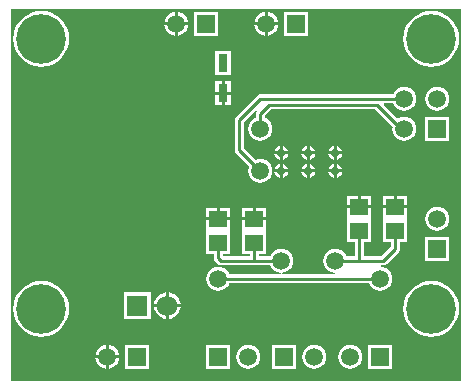
<source format=gbl>
%FSLAX44Y44*%
%MOMM*%
G71*
G01*
G75*
G04 Layer_Physical_Order=2*
G04 Layer_Color=16711680*
%ADD10O,2.5000X0.7000*%
%ADD11R,1.4000X1.5000*%
%ADD12R,1.5000X1.4000*%
%ADD13O,0.3500X2.0000*%
%ADD14C,0.5080*%
%ADD15C,0.2540*%
%ADD16C,0.3810*%
%ADD17R,0.8000X1.5000*%
%ADD18R,1.7500X1.7500*%
%ADD19C,1.7500*%
%ADD20R,1.5000X1.5000*%
%ADD21C,1.5000*%
%ADD22R,1.5000X1.5000*%
%ADD23C,4.2000*%
%ADD24C,0.7000*%
G36*
X888999Y929688D02*
X508001D01*
Y1244599D01*
X888999D01*
Y929688D01*
D02*
G37*
%LPC*%
G36*
X723780Y1076180D02*
X715010D01*
Y1067910D01*
X723780D01*
Y1076180D01*
D02*
G37*
G36*
X712470D02*
X703700D01*
Y1067910D01*
X712470D01*
Y1076180D01*
D02*
G37*
G36*
X812680Y1086340D02*
X803910D01*
Y1078070D01*
X812680D01*
Y1086340D01*
D02*
G37*
G36*
X801370D02*
X792600D01*
Y1078070D01*
X801370D01*
Y1086340D01*
D02*
G37*
G36*
X693300Y1076180D02*
X684530D01*
Y1067910D01*
X693300D01*
Y1076180D01*
D02*
G37*
G36*
X868680Y1076927D02*
X866059Y1076582D01*
X863617Y1075570D01*
X861519Y1073961D01*
X859910Y1071863D01*
X858898Y1069421D01*
X858553Y1066800D01*
X858898Y1064179D01*
X859910Y1061737D01*
X861519Y1059639D01*
X863617Y1058030D01*
X866059Y1057018D01*
X868680Y1056673D01*
X871301Y1057018D01*
X873743Y1058030D01*
X875841Y1059639D01*
X877450Y1061737D01*
X878462Y1064179D01*
X878807Y1066800D01*
X878462Y1069421D01*
X877450Y1071863D01*
X875841Y1073961D01*
X873743Y1075570D01*
X871301Y1076582D01*
X868680Y1076927D01*
D02*
G37*
G36*
X878720Y1051440D02*
X858640D01*
Y1031360D01*
X878720D01*
Y1051440D01*
D02*
G37*
G36*
X681990Y1076180D02*
X673220D01*
Y1067910D01*
X681990D01*
Y1076180D01*
D02*
G37*
G36*
X843160Y1075530D02*
X823080D01*
Y1067260D01*
X823080Y1067260D01*
X823080Y1066340D01*
X823080D01*
Y1047260D01*
X829235D01*
Y1043009D01*
X821351Y1035125D01*
X806525D01*
Y1047260D01*
X812680D01*
Y1066340D01*
D01*
Y1066340D01*
X812680Y1066340D01*
Y1067260D01*
X812680D01*
Y1075530D01*
X792600D01*
Y1067260D01*
X792600Y1067260D01*
X792600Y1066340D01*
X792600D01*
Y1047260D01*
X798755D01*
Y1035125D01*
X791578D01*
X791090Y1036303D01*
X789481Y1038401D01*
X787383Y1040010D01*
X784941Y1041022D01*
X782320Y1041367D01*
X779699Y1041022D01*
X777257Y1040010D01*
X775159Y1038401D01*
X773550Y1036303D01*
X772538Y1033861D01*
X772193Y1031240D01*
X772538Y1028619D01*
X773550Y1026177D01*
X775159Y1024079D01*
X777257Y1022470D01*
X779699Y1021458D01*
X782027Y1021152D01*
Y1021152D01*
D01*
X782005Y1020812D01*
X782005Y1020812D01*
X781957Y1020088D01*
X781767Y1019885D01*
X736976D01*
X736893Y1021152D01*
X736893Y1021152D01*
Y1021152D01*
X739221Y1021458D01*
X741663Y1022470D01*
X743761Y1024079D01*
X745370Y1026177D01*
X746382Y1028619D01*
X746727Y1031240D01*
X746382Y1033861D01*
X745370Y1036303D01*
X743761Y1038401D01*
X741663Y1040010D01*
X739221Y1041022D01*
X736600Y1041367D01*
X733979Y1041022D01*
X731537Y1040010D01*
X729439Y1038401D01*
X727830Y1036303D01*
X727342Y1035125D01*
X717625D01*
Y1037100D01*
X723780D01*
Y1056180D01*
D01*
Y1056180D01*
X723780Y1056180D01*
Y1057100D01*
X723780D01*
Y1065370D01*
X703700D01*
Y1057100D01*
X703700Y1057100D01*
X703700Y1056180D01*
X703700D01*
Y1037100D01*
X709855D01*
Y1035125D01*
X687409D01*
X687145Y1035389D01*
Y1037100D01*
X693300D01*
Y1056180D01*
D01*
Y1056180D01*
X693300Y1056180D01*
Y1057100D01*
X693300D01*
Y1065370D01*
X673220D01*
Y1057100D01*
X673220Y1057100D01*
X673220Y1056180D01*
X673220D01*
Y1037100D01*
X679375D01*
Y1033780D01*
X679375Y1033780D01*
X679375D01*
X679671Y1032293D01*
X680513Y1031033D01*
X683053Y1028493D01*
X683053D01*
X683053Y1028493D01*
X683053Y1028493D01*
Y1028493D01*
X684313Y1027651D01*
X685800Y1027355D01*
X727342D01*
X727830Y1026177D01*
X729439Y1024079D01*
X731537Y1022470D01*
X733979Y1021458D01*
X736307Y1021152D01*
X736224Y1019885D01*
X692518D01*
X692030Y1021063D01*
X690421Y1023161D01*
X688323Y1024770D01*
X685881Y1025782D01*
X683260Y1026127D01*
X680639Y1025782D01*
X678197Y1024770D01*
X676099Y1023161D01*
X674490Y1021063D01*
X673478Y1018621D01*
X673133Y1016000D01*
X673478Y1013379D01*
X674490Y1010937D01*
X676099Y1008839D01*
X678197Y1007230D01*
X680639Y1006218D01*
X683260Y1005873D01*
X685881Y1006218D01*
X688323Y1007230D01*
X690421Y1008839D01*
X692030Y1010937D01*
X692518Y1012115D01*
X811162D01*
X811650Y1010937D01*
X813259Y1008839D01*
X815357Y1007230D01*
X817799Y1006218D01*
X820420Y1005873D01*
X823041Y1006218D01*
X825483Y1007230D01*
X827581Y1008839D01*
X829190Y1010937D01*
X830202Y1013379D01*
X830547Y1016000D01*
X830202Y1018621D01*
X829190Y1021063D01*
X827581Y1023161D01*
X825483Y1024770D01*
X823041Y1025782D01*
X820713Y1026088D01*
D01*
X820713Y1026088D01*
X820735Y1026428D01*
X820735Y1026428D01*
X820783Y1027152D01*
X820973Y1027355D01*
X822960D01*
X824447Y1027651D01*
X825707Y1028493D01*
X835867Y1038653D01*
X836709Y1039913D01*
X836758Y1040160D01*
X837005Y1041400D01*
Y1047260D01*
X843160D01*
Y1066340D01*
D01*
Y1066340D01*
X843160Y1066340D01*
Y1067260D01*
X843160D01*
Y1075530D01*
D02*
G37*
G36*
X781050Y1106170D02*
X776414D01*
X776630Y1105083D01*
X777965Y1103085D01*
X779963Y1101750D01*
X781050Y1101534D01*
Y1106170D01*
D02*
G37*
G36*
X765366D02*
X760730D01*
Y1101534D01*
X761817Y1101750D01*
X763815Y1103085D01*
X765150Y1105083D01*
X765366Y1106170D01*
D02*
G37*
G36*
X735330Y1113346D02*
X734243Y1113130D01*
X732245Y1111795D01*
X730910Y1109797D01*
X730694Y1108710D01*
X735330D01*
Y1113346D01*
D02*
G37*
G36*
X788226Y1106170D02*
X783590D01*
Y1101534D01*
X784677Y1101750D01*
X786675Y1103085D01*
X788009Y1105083D01*
X788226Y1106170D01*
D02*
G37*
G36*
X758190D02*
X753554D01*
X753771Y1105083D01*
X755105Y1103085D01*
X757103Y1101750D01*
X758190Y1101534D01*
Y1106170D01*
D02*
G37*
G36*
X843160Y1086340D02*
X834390D01*
Y1078070D01*
X843160D01*
Y1086340D01*
D02*
G37*
G36*
X831850D02*
X823080D01*
Y1078070D01*
X831850D01*
Y1086340D01*
D02*
G37*
G36*
X742506Y1106170D02*
X737870D01*
Y1101534D01*
X738957Y1101750D01*
X740955Y1103085D01*
X742290Y1105083D01*
X742506Y1106170D01*
D02*
G37*
G36*
X735330D02*
X730694D01*
X730910Y1105083D01*
X732245Y1103085D01*
X734243Y1101750D01*
X735330Y1101534D01*
Y1106170D01*
D02*
G37*
G36*
X830460Y960000D02*
X810380D01*
Y939920D01*
X830460D01*
Y960000D01*
D02*
G37*
G36*
X749180D02*
X729100D01*
Y939920D01*
X749180D01*
Y960000D01*
D02*
G37*
G36*
X599239Y948690D02*
X590550D01*
Y940001D01*
X591901Y940178D01*
X594343Y941190D01*
X596441Y942799D01*
X598050Y944897D01*
X599062Y947339D01*
X599239Y948690D01*
D02*
G37*
G36*
X588010D02*
X579321D01*
X579498Y947339D01*
X580510Y944897D01*
X582119Y942799D01*
X584217Y941190D01*
X586659Y940178D01*
X588010Y940001D01*
Y948690D01*
D02*
G37*
G36*
X693300Y960000D02*
X673220D01*
Y939920D01*
X693300D01*
Y960000D01*
D02*
G37*
G36*
X764540Y960087D02*
X761919Y959742D01*
X759477Y958730D01*
X757379Y957121D01*
X755770Y955023D01*
X754758Y952581D01*
X754413Y949960D01*
X754758Y947339D01*
X755770Y944897D01*
X757379Y942799D01*
X759477Y941190D01*
X761919Y940178D01*
X764540Y939833D01*
X767161Y940178D01*
X769603Y941190D01*
X771701Y942799D01*
X773310Y944897D01*
X774322Y947339D01*
X774667Y949960D01*
X774322Y952581D01*
X773310Y955023D01*
X771701Y957121D01*
X769603Y958730D01*
X767161Y959742D01*
X764540Y960087D01*
D02*
G37*
G36*
X708660D02*
X706039Y959742D01*
X703597Y958730D01*
X701499Y957121D01*
X699890Y955023D01*
X698878Y952581D01*
X698533Y949960D01*
X698878Y947339D01*
X699890Y944897D01*
X701499Y942799D01*
X703597Y941190D01*
X706039Y940178D01*
X708660Y939833D01*
X711281Y940178D01*
X713723Y941190D01*
X715821Y942799D01*
X717430Y944897D01*
X718442Y947339D01*
X718787Y949960D01*
X718442Y952581D01*
X717430Y955023D01*
X715821Y957121D01*
X713723Y958730D01*
X711281Y959742D01*
X708660Y960087D01*
D02*
G37*
G36*
X624720Y960000D02*
X604640D01*
Y939920D01*
X624720D01*
Y960000D01*
D02*
G37*
G36*
X795020Y960087D02*
X792399Y959742D01*
X789957Y958730D01*
X787859Y957121D01*
X786250Y955023D01*
X785238Y952581D01*
X784893Y949960D01*
X785238Y947339D01*
X786250Y944897D01*
X787859Y942799D01*
X789957Y941190D01*
X792399Y940178D01*
X795020Y939833D01*
X797641Y940178D01*
X800083Y941190D01*
X802181Y942799D01*
X803790Y944897D01*
X804802Y947339D01*
X805147Y949960D01*
X804802Y952581D01*
X803790Y955023D01*
X802181Y957121D01*
X800083Y958730D01*
X797641Y959742D01*
X795020Y960087D01*
D02*
G37*
G36*
X651300Y991870D02*
X641350D01*
Y981920D01*
X643027Y982141D01*
X645774Y983278D01*
X648132Y985088D01*
X649942Y987446D01*
X651079Y990193D01*
X651300Y991870D01*
D02*
G37*
G36*
X638810D02*
X628860D01*
X629081Y990193D01*
X630218Y987446D01*
X632028Y985088D01*
X634386Y983278D01*
X637133Y982141D01*
X638810Y981920D01*
Y991870D01*
D02*
G37*
G36*
X641350Y1004360D02*
Y994410D01*
X651300D01*
X651079Y996087D01*
X649942Y998834D01*
X648132Y1001192D01*
X645774Y1003002D01*
X643027Y1004139D01*
X641350Y1004360D01*
D02*
G37*
G36*
X638810D02*
X637133Y1004139D01*
X634386Y1003002D01*
X632028Y1001192D01*
X630218Y998834D01*
X629081Y996087D01*
X628860Y994410D01*
X638810D01*
Y1004360D01*
D02*
G37*
G36*
X625970Y1004430D02*
X603390D01*
Y981850D01*
X625970D01*
Y1004430D01*
D02*
G37*
G36*
X590550Y959919D02*
Y951230D01*
X599239D01*
X599062Y952581D01*
X598050Y955023D01*
X596441Y957121D01*
X594343Y958730D01*
X591901Y959742D01*
X590550Y959919D01*
D02*
G37*
G36*
X588010D02*
X586659Y959742D01*
X584217Y958730D01*
X582119Y957121D01*
X580510Y955023D01*
X579498Y952581D01*
X579321Y951230D01*
X588010D01*
Y959919D01*
D02*
G37*
G36*
X863600Y1014254D02*
X858985Y1013799D01*
X854548Y1012453D01*
X850459Y1010267D01*
X846874Y1007326D01*
X843932Y1003741D01*
X841747Y999652D01*
X840401Y995215D01*
X839946Y990600D01*
X840401Y985985D01*
X841747Y981548D01*
X843932Y977459D01*
X846874Y973874D01*
X850459Y970932D01*
X854548Y968747D01*
X858985Y967401D01*
X863600Y966946D01*
X868215Y967401D01*
X872652Y968747D01*
X876741Y970932D01*
X880326Y973874D01*
X883268Y977459D01*
X885453Y981548D01*
X886799Y985985D01*
X887254Y990600D01*
X886799Y995215D01*
X885453Y999652D01*
X883268Y1003741D01*
X880326Y1007326D01*
X876741Y1010267D01*
X872652Y1012453D01*
X868215Y1013799D01*
X863600Y1014254D01*
D02*
G37*
G36*
X533400D02*
X528785Y1013799D01*
X524348Y1012453D01*
X520259Y1010267D01*
X516674Y1007326D01*
X513732Y1003741D01*
X511547Y999652D01*
X510201Y995215D01*
X509746Y990600D01*
X510201Y985985D01*
X511547Y981548D01*
X513732Y977459D01*
X516674Y973874D01*
X520259Y970932D01*
X524348Y968747D01*
X528785Y967401D01*
X533400Y966946D01*
X538015Y967401D01*
X542452Y968747D01*
X546541Y970932D01*
X550126Y973874D01*
X553068Y977459D01*
X555253Y981548D01*
X556599Y985985D01*
X557054Y990600D01*
X556599Y995215D01*
X555253Y999652D01*
X553068Y1003741D01*
X550126Y1007326D01*
X546541Y1010267D01*
X542452Y1012453D01*
X538015Y1013799D01*
X533400Y1014254D01*
D02*
G37*
G36*
Y1242854D02*
X528785Y1242399D01*
X524348Y1241053D01*
X520259Y1238867D01*
X516674Y1235926D01*
X513732Y1232341D01*
X511547Y1228252D01*
X510201Y1223815D01*
X509746Y1219200D01*
X510201Y1214585D01*
X511547Y1210148D01*
X513732Y1206059D01*
X516674Y1202474D01*
X520259Y1199532D01*
X524348Y1197347D01*
X528785Y1196001D01*
X533400Y1195546D01*
X538015Y1196001D01*
X542452Y1197347D01*
X546541Y1199532D01*
X550126Y1202474D01*
X553068Y1206059D01*
X555253Y1210148D01*
X556599Y1214585D01*
X557054Y1219200D01*
X556599Y1223815D01*
X555253Y1228252D01*
X553068Y1232341D01*
X550126Y1235926D01*
X546541Y1238867D01*
X542452Y1241053D01*
X538015Y1242399D01*
X533400Y1242854D01*
D02*
G37*
G36*
X693864Y1208412D02*
X680784D01*
Y1188332D01*
X693864D01*
Y1208412D01*
D02*
G37*
G36*
X683140Y1241940D02*
X663060D01*
Y1221860D01*
X683140D01*
Y1241940D01*
D02*
G37*
G36*
X863600Y1242854D02*
X858985Y1242399D01*
X854548Y1241053D01*
X850459Y1238867D01*
X846874Y1235926D01*
X843932Y1232341D01*
X841747Y1228252D01*
X840401Y1223815D01*
X839946Y1219200D01*
X840401Y1214585D01*
X841747Y1210148D01*
X843932Y1206059D01*
X846874Y1202474D01*
X850459Y1199532D01*
X854548Y1197347D01*
X858985Y1196001D01*
X863600Y1195546D01*
X868215Y1196001D01*
X872652Y1197347D01*
X876741Y1199532D01*
X880326Y1202474D01*
X883268Y1206059D01*
X885453Y1210148D01*
X886799Y1214585D01*
X887254Y1219200D01*
X886799Y1223815D01*
X885453Y1228252D01*
X883268Y1232341D01*
X880326Y1235926D01*
X876741Y1238867D01*
X872652Y1241053D01*
X868215Y1242399D01*
X863600Y1242854D01*
D02*
G37*
G36*
X693864Y1183012D02*
X688594D01*
Y1174242D01*
X693864D01*
Y1183012D01*
D02*
G37*
G36*
X686054Y1171702D02*
X680784D01*
Y1162932D01*
X686054D01*
Y1171702D01*
D02*
G37*
G36*
X868680Y1178527D02*
X866059Y1178182D01*
X863617Y1177170D01*
X861519Y1175561D01*
X859910Y1173463D01*
X858898Y1171021D01*
X858553Y1168400D01*
X858898Y1165779D01*
X859910Y1163337D01*
X861519Y1161239D01*
X863617Y1159630D01*
X866059Y1158618D01*
X868680Y1158273D01*
X871301Y1158618D01*
X873743Y1159630D01*
X875841Y1161239D01*
X877450Y1163337D01*
X878462Y1165779D01*
X878807Y1168400D01*
X878462Y1171021D01*
X877450Y1173463D01*
X875841Y1175561D01*
X873743Y1177170D01*
X871301Y1178182D01*
X868680Y1178527D01*
D02*
G37*
G36*
X686054Y1183012D02*
X680784D01*
Y1174242D01*
X686054D01*
Y1183012D01*
D02*
G37*
G36*
X693864Y1171702D02*
X688594D01*
Y1162932D01*
X693864D01*
Y1171702D01*
D02*
G37*
G36*
X648970Y1241859D02*
Y1233170D01*
X657659D01*
X657482Y1234521D01*
X656470Y1236963D01*
X654861Y1239061D01*
X652763Y1240670D01*
X650321Y1241682D01*
X648970Y1241859D01*
D02*
G37*
G36*
X646430D02*
X645079Y1241682D01*
X642637Y1240670D01*
X640539Y1239061D01*
X638930Y1236963D01*
X637918Y1234521D01*
X637741Y1233170D01*
X646430D01*
Y1241859D01*
D02*
G37*
G36*
X725170D02*
Y1233170D01*
X733859D01*
X733682Y1234521D01*
X732670Y1236963D01*
X731061Y1239061D01*
X728963Y1240670D01*
X726521Y1241682D01*
X725170Y1241859D01*
D02*
G37*
G36*
X722630D02*
X721279Y1241682D01*
X718837Y1240670D01*
X716739Y1239061D01*
X715130Y1236963D01*
X714118Y1234521D01*
X713941Y1233170D01*
X722630D01*
Y1241859D01*
D02*
G37*
G36*
X733859Y1230630D02*
X725170D01*
Y1221941D01*
X726521Y1222118D01*
X728963Y1223130D01*
X731061Y1224739D01*
X732670Y1226837D01*
X733682Y1229279D01*
X733859Y1230630D01*
D02*
G37*
G36*
X646430D02*
X637741D01*
X637918Y1229279D01*
X638930Y1226837D01*
X640539Y1224739D01*
X642637Y1223130D01*
X645079Y1222118D01*
X646430Y1221941D01*
Y1230630D01*
D02*
G37*
G36*
X759340Y1241940D02*
X739260D01*
Y1221860D01*
X759340D01*
Y1241940D01*
D02*
G37*
G36*
X722630Y1230630D02*
X713941D01*
X714118Y1229279D01*
X715130Y1226837D01*
X716739Y1224739D01*
X718837Y1223130D01*
X721279Y1222118D01*
X722630Y1221941D01*
Y1230630D01*
D02*
G37*
G36*
X657659D02*
X648970D01*
Y1221941D01*
X650321Y1222118D01*
X652763Y1223130D01*
X654861Y1224739D01*
X656470Y1226837D01*
X657482Y1229279D01*
X657659Y1230630D01*
D02*
G37*
G36*
X840740Y1178527D02*
X838119Y1178182D01*
X835677Y1177170D01*
X833579Y1175561D01*
X831970Y1173463D01*
X831482Y1172285D01*
X718820D01*
X717580Y1172038D01*
X717333Y1171989D01*
X716073Y1171147D01*
X698293Y1153367D01*
X697451Y1152107D01*
X697155Y1150620D01*
Y1125220D01*
X697155Y1125220D01*
X697155D01*
X697451Y1123733D01*
X698293Y1122473D01*
X709527Y1111240D01*
X709038Y1110061D01*
X708693Y1107440D01*
X709038Y1104819D01*
X710050Y1102377D01*
X711659Y1100279D01*
X713757Y1098670D01*
X716199Y1097658D01*
X718820Y1097313D01*
X721441Y1097658D01*
X723883Y1098670D01*
X725981Y1100279D01*
X727590Y1102377D01*
X728602Y1104819D01*
X728947Y1107440D01*
X728602Y1110061D01*
X727590Y1112503D01*
X725981Y1114601D01*
X723883Y1116210D01*
X721441Y1117222D01*
X718820Y1117567D01*
X716199Y1117222D01*
X715020Y1116733D01*
X704925Y1126829D01*
Y1149011D01*
X714941Y1159027D01*
X715922Y1158221D01*
X715231Y1157187D01*
X714935Y1155700D01*
Y1152258D01*
X713757Y1151770D01*
X711659Y1150161D01*
X710050Y1148063D01*
X709038Y1145621D01*
X708693Y1143000D01*
X709038Y1140379D01*
X710050Y1137937D01*
X711659Y1135839D01*
X713757Y1134230D01*
X716199Y1133218D01*
X718820Y1132873D01*
X721441Y1133218D01*
X723883Y1134230D01*
X725981Y1135839D01*
X727590Y1137937D01*
X728602Y1140379D01*
X728947Y1143000D01*
X728602Y1145621D01*
X727590Y1148063D01*
X725981Y1150161D01*
X723883Y1151770D01*
X722705Y1152258D01*
Y1154091D01*
X728049Y1159435D01*
X816271D01*
X830857Y1144849D01*
X830613Y1143000D01*
X830958Y1140379D01*
X831970Y1137937D01*
X833579Y1135839D01*
X835677Y1134230D01*
X838119Y1133218D01*
X840740Y1132873D01*
X843361Y1133218D01*
X845803Y1134230D01*
X847901Y1135839D01*
X849510Y1137937D01*
X850522Y1140379D01*
X850867Y1143000D01*
X850522Y1145621D01*
X849510Y1148063D01*
X847901Y1150161D01*
X845803Y1151770D01*
X843361Y1152782D01*
X840740Y1153127D01*
X838119Y1152782D01*
X835677Y1151770D01*
X835251Y1151443D01*
X823352Y1163342D01*
X823838Y1164515D01*
X831482D01*
X831970Y1163337D01*
X833579Y1161239D01*
X835677Y1159630D01*
X838119Y1158618D01*
X840740Y1158273D01*
X843361Y1158618D01*
X845803Y1159630D01*
X847901Y1161239D01*
X849510Y1163337D01*
X850522Y1165779D01*
X850867Y1168400D01*
X850522Y1171021D01*
X849510Y1173463D01*
X847901Y1175561D01*
X845803Y1177170D01*
X843361Y1178182D01*
X840740Y1178527D01*
D02*
G37*
G36*
X742506Y1121410D02*
X737870D01*
Y1116774D01*
X738957Y1116991D01*
X740955Y1118325D01*
X742290Y1120323D01*
X742506Y1121410D01*
D02*
G37*
G36*
X735330D02*
X730694D01*
X730910Y1120323D01*
X732245Y1118325D01*
X734243Y1116991D01*
X735330Y1116774D01*
Y1121410D01*
D02*
G37*
G36*
X765366D02*
X760730D01*
Y1116774D01*
X761817Y1116991D01*
X763815Y1118325D01*
X765150Y1120323D01*
X765366Y1121410D01*
D02*
G37*
G36*
X758190D02*
X753554D01*
X753771Y1120323D01*
X755105Y1118325D01*
X757103Y1116991D01*
X758190Y1116774D01*
Y1121410D01*
D02*
G37*
G36*
X783590Y1113346D02*
Y1108710D01*
X788226D01*
X788009Y1109797D01*
X786675Y1111795D01*
X784677Y1113130D01*
X783590Y1113346D01*
D02*
G37*
G36*
X758190D02*
X757103Y1113130D01*
X755105Y1111795D01*
X753771Y1109797D01*
X753554Y1108710D01*
X758190D01*
Y1113346D01*
D02*
G37*
G36*
X737870D02*
Y1108710D01*
X742506D01*
X742290Y1109797D01*
X740955Y1111795D01*
X738957Y1113130D01*
X737870Y1113346D01*
D02*
G37*
G36*
X781050D02*
X779963Y1113130D01*
X777965Y1111795D01*
X776630Y1109797D01*
X776414Y1108710D01*
X781050D01*
Y1113346D01*
D02*
G37*
G36*
X760730D02*
Y1108710D01*
X765366D01*
X765150Y1109797D01*
X763815Y1111795D01*
X761817Y1113130D01*
X760730Y1113346D01*
D02*
G37*
G36*
X781050Y1128586D02*
X779963Y1128370D01*
X777965Y1127035D01*
X776630Y1125037D01*
X776414Y1123950D01*
X781050D01*
Y1128586D01*
D02*
G37*
G36*
X760730D02*
Y1123950D01*
X765366D01*
X765150Y1125037D01*
X763815Y1127035D01*
X761817Y1128370D01*
X760730Y1128586D01*
D02*
G37*
G36*
X878720Y1153040D02*
X858640D01*
Y1132960D01*
X878720D01*
Y1153040D01*
D02*
G37*
G36*
X783590Y1128586D02*
Y1123950D01*
X788226D01*
X788009Y1125037D01*
X786675Y1127035D01*
X784677Y1128370D01*
X783590Y1128586D01*
D02*
G37*
G36*
X758190D02*
X757103Y1128370D01*
X755105Y1127035D01*
X753771Y1125037D01*
X753554Y1123950D01*
X758190D01*
Y1128586D01*
D02*
G37*
G36*
X788226Y1121410D02*
X783590D01*
Y1116774D01*
X784677Y1116991D01*
X786675Y1118325D01*
X788009Y1120323D01*
X788226Y1121410D01*
D02*
G37*
G36*
X781050D02*
X776414D01*
X776630Y1120323D01*
X777965Y1118325D01*
X779963Y1116991D01*
X781050Y1116774D01*
Y1121410D01*
D02*
G37*
G36*
X737870Y1128586D02*
Y1123950D01*
X742506D01*
X742290Y1125037D01*
X740955Y1127035D01*
X738957Y1128370D01*
X737870Y1128586D01*
D02*
G37*
G36*
X735330D02*
X734243Y1128370D01*
X732245Y1127035D01*
X730910Y1125037D01*
X730694Y1123950D01*
X735330D01*
Y1128586D01*
D02*
G37*
%LPD*%
D12*
X713740Y1046640D02*
D03*
Y1066640D02*
D03*
X683260Y1046640D02*
D03*
Y1066640D02*
D03*
X833120Y1056800D02*
D03*
Y1076800D02*
D03*
X802640Y1056800D02*
D03*
Y1076800D02*
D03*
D15*
X701040Y1125220D02*
Y1150620D01*
X718820Y1155700D02*
X726440Y1163320D01*
X718820Y1143000D02*
Y1155700D01*
X726440Y1163320D02*
X817880D01*
X701040Y1150620D02*
X718820Y1168400D01*
X713740Y1031240D02*
X736600D01*
X685800D02*
X713740D01*
Y1046640D01*
X683260Y1033780D02*
Y1046640D01*
Y1033780D02*
X685800Y1031240D01*
X683260Y1016000D02*
X820420D01*
X701040Y1125220D02*
X718820Y1107440D01*
Y1168400D02*
X840740D01*
X817880Y1163320D02*
X838200Y1143000D01*
X840740D01*
X802640Y1031240D02*
Y1056800D01*
X833120Y1041400D02*
Y1056800D01*
X782320Y1031240D02*
X822960D01*
X833120Y1041400D01*
D17*
X687324Y1198372D02*
D03*
Y1172972D02*
D03*
D18*
X614680Y993140D02*
D03*
D19*
X640080D02*
D03*
D20*
X749300Y1231900D02*
D03*
X673100D02*
D03*
X614680Y949960D02*
D03*
X820420D02*
D03*
X739140D02*
D03*
X683260D02*
D03*
D21*
X723900Y1231900D02*
D03*
X647700D02*
D03*
X589280Y949960D02*
D03*
X795020D02*
D03*
X868680Y1066800D02*
D03*
Y1168400D02*
D03*
X764540Y949960D02*
D03*
X708660D02*
D03*
X718820Y1107440D02*
D03*
Y1143000D02*
D03*
X683260Y1016000D02*
D03*
X782320Y1031240D02*
D03*
X736600D02*
D03*
X820420Y1016000D02*
D03*
X840740Y1168400D02*
D03*
Y1143000D02*
D03*
D22*
X868680Y1041400D02*
D03*
Y1143000D02*
D03*
D23*
X533400Y1219200D02*
D03*
X863600D02*
D03*
X533400Y990600D02*
D03*
X863600D02*
D03*
D24*
X736600Y1122680D02*
D03*
Y1107440D02*
D03*
X782320Y1122680D02*
D03*
Y1107440D02*
D03*
X759460D02*
D03*
Y1122680D02*
D03*
M02*

</source>
